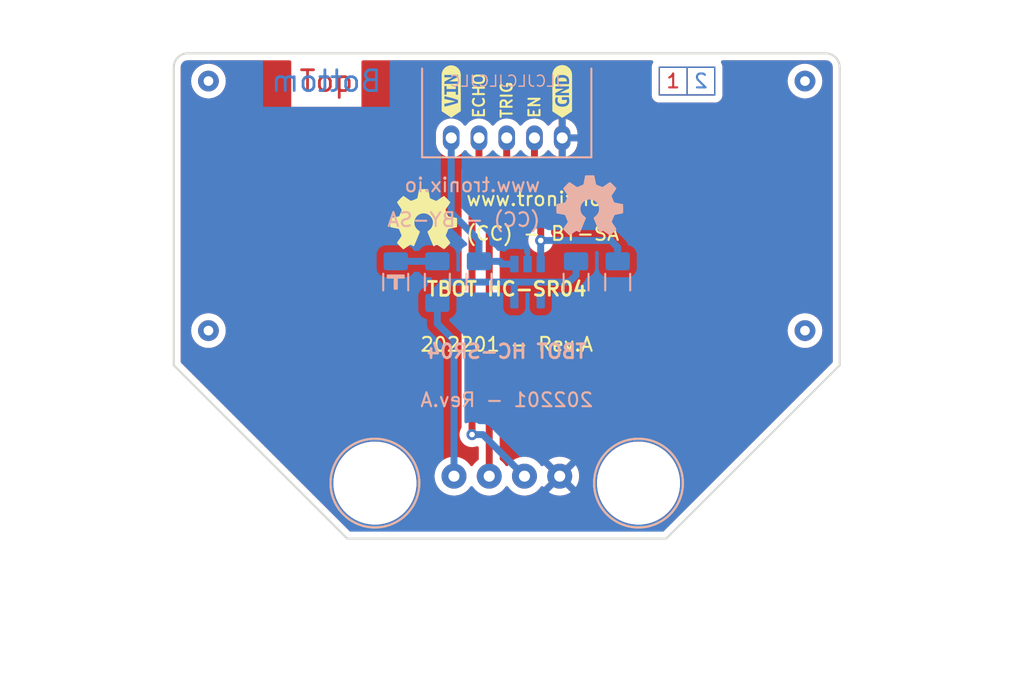
<source format=kicad_pcb>
(kicad_pcb (version 20211014) (generator pcbnew)
  (title_block (title "TBOT - HC-SR04") (date "01/2022") (rev "A"))
  (layers (0 "F.Cu" signal) (31 "B.Cu" signal) (34 "B.Paste" user) (35 "F.Paste" user) (36 "B.SilkS" user "B.Silkscreen") (37 "F.SilkS" user "F.Silkscreen") (38 "B.Mask" user) (39 "F.Mask" user) (44 "Edge.Cuts" user))
  (net 0 "")
  (net 1 "GND")
  (net 2 "+5V")
  (net 3 "VIN")
  (net 4 "Net-(LED1-Pad2)")
  (net 5 "MCU_ECHO")
  (net 6 "MCU_ENABLE")
  (net 7 "MCU_TRIGGER")
  (footprint "tronixio:zzHC-SR04" (layer "F.Cu") (at 124 76)
    (fp_text reference "HC1")
    (fp_text value "HC-SR04")
    (pad "NC" thru_hole circle (at -21.5 -9) (size 1.5 1.5) (drill 0.7) (layers *.Cu *.Mask))
    (pad "NC" thru_hole circle (at 21.5 -9) (size 1.5 1.5) (drill 0.7) (layers *.Cu *.Mask))
    (pad "NC" thru_hole circle (at 21.5 9) (size 1.5 1.5) (drill 0.7) (layers *.Cu *.Mask))
    (pad "NC" thru_hole circle (at -21.5 9) (size 1.5 1.5) (drill 0.7) (layers *.Cu *.Mask))
  )
  (footprint "tronixio:OSHW-5MM" (layer "F.Cu") (at 118 77)
    (fp_text reference "GT" hide)
    (fp_text value "LOGO" hide)
    (fp_poly (pts (xy 0.112503 -2.205305) (xy 0.188585 -2.204991) (xy 0.245175 -2.204139) (xy 0.285349 -2.202485) (xy 0.312183 -2.19976) (xy 0.328754 -2.195697) (xy 0.338137 -2.190029) (xy 0.343407 -2.182489) (xy 0.346067 -2.176502) (xy 0.351819 -2.155872) (xy 0.361219 -2.114019) (xy 0.373445 -2.054971) (xy 0.387673 -1.982754) (xy 0.403082 -1.901397) (xy 0.410766 -1.859685) (xy 0.426304 -1.776128) (xy 0.440921 -1.700487) (xy 0.453831 -1.636607) (xy 0.464245 -1.58833) (xy 0.471376 -1.559501) (xy 0.473495 -1.553524) (xy 0.487624 -1.543829) (xy 0.520987 -1.52669) (xy 0.568967 -1.504087) (xy 0.626948 -1.477998) (xy 0.690314 -1.450405) (xy 0.754449 -1.423285) (xy 0.814737 -1.398618) (xy 0.866561 -1.378383) (xy 0.905305 -1.36456) (xy 0.926354 -1.359128) (xy 0.92691 -1.359112) (xy 0.941518 -1.366107) (xy 0.97411 -1.385773) (xy 1.021624 -1.416127) (xy 1.080997 -1.455189) (xy 1.149167 -1.500978) (xy 1.204337 -1.538617) (xy 1.276991 -1.58813) (xy 1.343025 -1.632413) (xy 1.399403 -1.669487) (xy 1.443088 -1.697374) (xy 1.471043 -1.714097) (xy 1.47988 -1.718122) (xy 1.493641 -1.709282) (xy 1.521915 -1.684807) (xy 1.561669 -1.647768) (xy 1.609873 -1.601234) (xy 1.663495 -1.548276) (xy 1.719505 -1.491962) (xy 1.774871 -1.435363) (xy 1.826562 -1.381549) (xy 1.871548 -1.33359) (xy 1.906797 -1.294555) (xy 1.929278 -1.267514) (xy 1.936093 -1.256075) (xy 1.930212 -1.239792) (xy 1.912193 -1.207543) (xy 1.881475 -1.158462) (xy 1.837495 -1.091686) (xy 1.779689 -1.00635) (xy 1.707495 -0.901591) (xy 1.671879 -0.850344) (xy 1.638824 -0.80126) (xy 1.612148 -0.758563) (xy 1.594893 -0.727324) (xy 1.589904 -0.713655) (xy 1.594754 -0.697334) (xy 1.608013 -0.662128) (xy 1.62775 -0.612617) (xy 1.652031 -0.55338) (xy 1.678922 -0.488996) (xy 1.706491 -0.424047) (xy 1.732803 -0.363111) (xy 1.755927 -0.310768) (xy 1.773928 -0.271598) (xy 1.784874 -0.25018) (xy 1.786526 -0.247868) (xy 1.800495 -0.243726) (xy 1.836105 -0.235699) (xy 1.889773 -0.224522) (xy 1.957915 -0.210929) (xy 2.036948 -0.195656) (xy 2.090365 -0.185568) (xy 2.175183 -0.169544) (xy 2.252099 -0.15474) (xy 2.317349 -0.141901) (xy 2.367173 -0.131773) (xy 2.397809 -0.125104) (xy 2.405431 -0.123066) (xy 2.411063 -0.116814) (xy 2.415426 -0.101095) (xy 2.418668 -0.073197) (xy 2.420933 -0.030409) (xy 2.422366 0.02998) (xy 2.423114 0.110684) (xy 2.423321 0.210293) (xy 2.423202 0.310587) (xy 2.422711 0.388201) (xy 2.421649 0.446096) (xy 2.419816 0.487237) (xy 2.417013 0.514584) (xy 2.41304 0.531101) (xy 2.407697 0.53975) (xy 2.400883 0.543466) (xy 2.378661 0.548625) (xy 2.338314 0.556746) (xy 2.286985 0.566415) (xy 2.263049 0.570744) (xy 2.127407 0.595376) (xy 2.016332 0.616479) (xy 1.929018 0.634225) (xy 1.864656 0.64879) (xy 1.82244 0.660347) (xy 1.801562 0.66907) (xy 1.79987 0.670496) (xy 1.791465 0.686078) (xy 1.775685 0.720992) (xy 1.754362 0.770707) (xy 1.729327 0.830694) (xy 1.702414 0.896422) (xy 1.675454 0.96336) (xy 1.650281 1.026979) (xy 1.628726 1.082748) (xy 1.612622 1.126137) (xy 1.603801 1.152615) (xy 1.602692 1.157988) (xy 1.610028 1.172767) (xy 1.63143 1.207108) (xy 1.666036 1.259722) (xy 1.712983 1.329322) (xy 1.771408 1.414621) (xy 1.840447 1.51433) (xy 1.867654 1.553391) (xy 1.897811 1.599113) (xy 1.921185 1.639288) (xy 1.934376 1.667841) (xy 1.936093 1.675677) (xy 1.927103 1.692014) (xy 1.901418 1.723855) (xy 1.860965 1.769075) (xy 1.807672 1.82555) (xy 1.743466 1.891154) (xy 1.71296 1.921664) (xy 1.643302 1.990709) (xy 1.589314 2.043494) (xy 1.548612 2.081971) (xy 1.518813 2.108091) (xy 1.497532 2.123805) (xy 1.482386 2.131066) (xy 1.470991 2.131825) (xy 1.460964 2.128033) (xy 1.460917 2.128008) (xy 1.441892 2.116253) (xy 1.405419 2.09234) (xy 1.355138 2.058707) (xy 1.294686 2.017792) (xy 1.227702 1.972033) (xy 1.210483 1.960205) (xy 1.143557 1.914694) (xy 1.083189 1.874607) (xy 1.032748 1.842104) (xy 0.995605 1.819344) (xy 0.975129 1.808488) (xy 0.972784 1.807875) (xy 0.955044 1.813477) (xy 0.920428 1.82855) (xy 0.874685 1.850498) (xy 0.843591 1.866246) (xy 0.794692 1.890329) (xy 0.754091 1.908142) (xy 0.727189 1.917434) (xy 0.719661 1.917874) (xy 0.71184 1.904564) (xy 0.695873 1.87093) (xy 0.673276 1.820398) (xy 0.645566 1.756397) (xy 0.614262 1.682354) (xy 0.595951 1.638326) (xy 0.555205 1.539832) (xy 0.509885 1.430374) (xy 0.463588 1.318629) (xy 0.419909 1.213275) (xy 0.382617 1.123407) (xy 0.352192 1.049365) (xy 0.325466 0.982847) (xy 0.303922 0.927668) (xy 0.289044 0.887646) (xy 0.282318 0.866596) (xy 0.28208 0.86489) (xy 0.291868 0.850064) (xy 0.317767 0.825757) (xy 0.354572 0.796754) (xy 0.362216 0.791216) (xy 0.47362 0.699405) (xy 0.560778 0.600114) (xy 0.624272 0.492284) (xy 0.664684 0.374854) (xy 0.682594 0.246763) (xy 0.683668 0.205149) (xy 0.672966 0.079705) (xy 0.639876 -0.035509) (xy 0.583362 -0.143051) (xy 0.502387 -0.245478) (xy 0.500128 -0.247901) (xy 0.404266 -0.332655) (xy 0.297367 -0.395917) (xy 0.182586 -0.437559) (xy 0.063074 -0.45745) (xy -0.058015 -0.455461) (xy -0.177529 -0.431461) (xy -0.292317 -0.38532) (xy -0.399224 -0.316909) (xy -0.435557 -0.286461) (xy -0.524789 -0.19034) (xy -0.590858 -0.083248) (xy -0.63358 0.034398) (xy -0.65277 0.162186) (xy -0.653912 0.203806) (xy -0.64477 0.331905) (xy -0.616397 0.446756) (xy -0.567372 0.551025) (xy -0.496276 0.647379) (xy -0.401689 0.738486) (xy -0.345898 0.782346) (xy -0.305473 0.814275) (xy -0.274554 0.84243) (xy -0.257973 0.862253) (xy -0.256436 0.866724) (xy -0.261189 0.882472) (xy -0.274692 0.919019) (xy -0.295811 0.973504) (xy -0.323413 1.043065) (xy -0.356365 1.124837) (xy -0.393532 1.21596) (xy -0.424781 1.291835) (xy -0.466473 1.392714) (xy -0.506757 1.490316) (xy -0.54414 1.581016) (xy -0.57713 1.661187) (xy -0.604234 1.727202) (xy -0.623959 1.775436) (xy -0.631922 1.795053) (xy -0.656173 1.85428) (xy -0.675445 1.89208) (xy -0.695005 1.910535) (xy -0.720119 1.911726) (xy -0.756055 1.897735) (xy -0.80808 1.870643) (xy -0.814523 1.867212) (xy -0.863833 1.841835) (xy -0.905672 1.821875) (xy -0.934272 1.810004) (xy -0.942679 1.807875) (xy -0.957624 1.814831) (xy -0.990452 1.834339) (xy -1.037961 1.864353) (xy -1.096948 1.902829) (xy -1.164211 1.947723) (xy -1.20379 1.974558) (xy -1.273782 2.022017) (xy -1.336742 2.064219) (xy -1.389581 2.099132) (xy -1.429212 2.124728) (xy -1.452547 2.138976) (xy -1.457362 2.141242) (xy -1.468597 2.132572) (xy -1.495354 2.108206) (xy -1.53505 2.070611) (xy -1.585104 2.022252) (xy -1.642932 1.965596) (xy -1.688443 1.920545) (xy -1.754363 1.854061) (xy -1.811428 1.794627) (xy -1.857492 1.744605) (xy -1.890411 1.706358) (xy -1.908038 1.682247) (xy -1.910449 1.676115) (xy -1.903342 1.656709) (xy -1.88402 1.621725) (xy -1.855484 1.576225) (xy -1.822794 1.528185) (xy -1.761853 1.44109) (xy -1.706889 1.361082) (xy -1.659529 1.29063) (xy -1.621397 1.232204) (xy -1.594118 1.188276) (xy -1.579316 1.161316) (xy -1.577082 1.154608) (xy -1.581837 1.136716) (xy -1.594857 1.099854) (xy -1.614275 1.048609) (xy -1.638222 0.987568) (xy -1.664831 0.921316) (xy -1.692235 0.854442) (xy -1.718566 0.791531) (xy -1.741957 0.737171) (xy -1.76054 0.695948) (xy -1.772447 0.672449) (xy -1.774702 0.66925) (xy -1.791569 0.66222) (xy -1.829891 0.651729) (xy -1.885847 0.638647) (xy -1.955617 0.623842) (xy -2.035381 0.608183) (xy -2.07828 0.60022) (xy -2.161621 0.584627) (xy -2.236906 0.569745) (xy -2.300315 0.556391) (xy -2.348033 0.545387) (xy -2.37624 0.537551) (xy -2.381867 0.535051) (xy -2.387099 0.524908) (xy -2.390991 0.502231) (xy -2.393638 0.46456) (xy -2.395134 0.409435) (xy -2.395573 0.334397) (xy -2.39505 0.236985) (xy -2.394689 0.200194) (xy -2.391267 -0.121807) (xy -2.282282 -0.143659) (xy -2.229898 -0.153965) (xy -2.160108 -0.167419) (xy -2.080727 -0.182526) (xy -1.999569 -0.197795) (xy -1.970053 -0.203298) (xy -1.900658 -0.216734) (xy -1.840162 -0.229455) (xy -1.793065 -0.240437) (xy -1.763866 -0.248652) (xy -1.756665 -0.251967) (xy -1.746988 -0.268752) (xy -1.729936 -0.304533) (xy -1.707477 -0.354612) (xy -1.681582 -0.414291) (xy -1.654218 -0.478872) (xy -1.627353 -0.543658) (xy -1.602957 -0.60395) (xy -1.582998 -0.65505) (xy -1.569445 -0.692261) (xy -1.564266 -0.710885) (xy -1.564261 -0.711124) (xy -1.571273 -0.727773) (xy -1.590937 -0.762151) (xy -1.621195 -0.810982) (xy -1.659988 -0.870991) (xy -1.705259 -0.938901) (xy -1.732615 -0.979077) (xy -1.780965 -1.050145) (xy -1.82446 -1.115201) (xy -1.860949 -1.170937) (xy -1.888284 -1.214046) (xy -1.904314 -1.24122) (xy -1.907531 -1.248169) (xy -1.904717 -1.261112) (xy -1.890381 -1.283286) (xy -1.863069 -1.316351) (xy -1.821325 -1.361969) (xy -1.763692 -1.421801) (xy -1.691232 -1.494988) (xy -1.628982 -1.55669) (xy -1.572135 -1.611849) (xy -1.523344 -1.657988) (xy -1.485263 -1.692627) (xy -1.460542 -1.713289) (xy -1.452414 -1.718122) (xy -1.437782 -1.711105) (xy -1.405251 -1.6914) (xy -1.357928 -1.661025) (xy -1.298923 -1.621998) (xy -1.231343 -1.576338) (xy -1.183018 -1.543181) (xy -1.111112 -1.493886) (xy -1.04544 -1.44951) (xy -0.989183 -1.41215) (xy -0.945519 -1.383901) (xy -0.917627 -1.36686) (xy -0.90944 -1.362781) (xy -0.891885 -1.365776) (xy -0.855505 -1.377082) (xy -0.805012 -1.394838) (xy -0.745121 -1.417183) (xy -0.680546 -1.442257) (xy -0.616001 -1.468199) (xy -0.5562 -1.493147) (xy -0.505857 -1.515243) (xy -0.469686 -1.532623) (xy -0.45278 -1.543038) (xy -0.446293 -1.559308) (xy -0.436108 -1.597206) (xy -0.423041 -1.653118) (xy -0.407909 -1.723429) (xy -0.391528 -1.804525) (xy -0.378917 -1.870225) (xy -0.362481 -1.956759) (xy -0.347254 -2.035011) (xy -0.333961 -2.101421) (xy -0.323321 -2.152432) (xy -0.316058 -2.184486) (xy -0.31324 -2.193976) (xy -0.299005 -2.197095) (xy -0.262664 -2.199887) (xy -0.207755 -2.20223) (xy -0.137813 -2.204) (xy -0.056376 -2.205075) (xy 0.013853 -2.205351)) (layer "F.SilkS") (width 0) (fill solid))
  )
  (footprint "kibuzzard-6288C61E" (layer "F.Cu") (at 120 67.75 90)
    (fp_text reference "kibuzzard-6288C61E" hide)
    (fp_text value "G***" hide)
    (fp_poly (pts (xy -1.093457 -0.689769) (xy -1.424186 -0.689769) (xy -1.884032 0) (xy -1.424186 0.689769) (xy -1.093457 0.689769) (xy -0.818819 0.689769) (xy -0.818819 0.491331) (xy -0.85811 0.37465) (xy -0.899782 0.243681) (xy -0.927828 0.151694) (xy -0.954815 0.059884) (xy -0.980744 -0.03175) (xy -1.005262 -0.12162) (xy -1.028016 -0.208139) (xy -1.049007 -0.291306) (xy -1.075201 -0.402431) (xy -1.093457 -0.491331) (xy -0.887082 -0.491331) (xy -0.875176 -0.40898) (xy -0.858507 -0.314325) (xy -0.838465 -0.211931) (xy -0.816438 -0.106363) (xy -0.792626 0) (xy -0.767226 0.104775) (xy -0.74123 0.203398) (xy -0.715632 0.291306) (xy -0.690232 0.204589) (xy -0.664832 0.106362) (xy -0.640226 0.001587) (xy -0.617207 -0.104775) (xy -0.595776 -0.210542) (xy -0.575932 -0.313531) (xy -0.558469 -0.408781) (xy -0.544182 -0.491331) (xy -0.339394 -0.491331) (xy -0.360627 -0.390525) (xy -0.386226 -0.278606) (xy -0.415991 -0.158155) (xy -0.449726 -0.03175) (xy -0.474332 0.055033) (xy -0.500526 0.142875) (xy -0.528307 0.231775) (xy -0.557235 0.320234) (xy -0.586868 0.406753) (xy -0.617207 0.491331) (xy -0.818819 0.491331) (xy -0.818819 0.689769) (xy -0.234619 0.689769) (xy -0.234619 0.491331) (xy -0.234619 0.329406) (xy -0.020307 0.329406) (xy -0.020307 -0.329406) (xy -0.234619 -0.329406) (xy -0.234619 -0.491331) (xy 0.389268 -0.491331) (xy 0.389268 -0.329406) (xy 0.176543 -0.329406) (xy 0.176543 0.329406) (xy 0.389268 0.329406) (xy 0.389268 0.491331) (xy -0.234619 0.491331) (xy -0.234619 0.689769) (xy 1.036968 0.689769) (xy 1.036968 0.491331) (xy 0.991195 0.382411) (xy 0.942777 0.273667) (xy 0.891712 0.1651) (xy 0.838002 0.056533) (xy 0.781645 -0.052211) (xy 0.722643 -0.161131) (xy 0.722643 0.491331) (xy 0.546431 0.491331) (xy 0.546431 -0.491331) (xy 0.703593 -0.491331) (xy 0.748043 -0.418505) (xy 0.792493 -0.339725) (xy 0.836348 -0.258167) (xy 0.879012 -0.177006) (xy 0.919493 -0.097234) (xy 0.956799 -0.019844) (xy 0.989939 0.051594) (xy 1.017918 0.113506) (xy 1.017918 -0.491331) (xy 1.194131 -0.491331) (xy 1.194131 0.491331) (xy 1.036968 0.491331) (xy 1.036968 0.689769) (xy 1.194131 0.689769) (xy 1.194263 0.689769) (xy 1.261872 0.686447) (xy 1.32883 0.676515) (xy 1.394492 0.660068) (xy 1.458226 0.637263) (xy 1.519418 0.608322) (xy 1.577478 0.573522) (xy 1.631848 0.533198) (xy 1.682003 0.48774) (xy 1.727461 0.437585) (xy 1.767785 0.383215) (xy 1.802585 0.325155) (xy 1.831526 0.263963) (xy 1.854331 0.200229) (xy 1.870778 0.134567) (xy 1.88071 0.067609) (xy 1.884032 0) (xy 1.88071 -0.067609) (xy 1.870778 -0.134567) (xy 1.854331 -0.200229) (xy 1.831526 -0.263963) (xy 1.802585 -0.325155) (xy 1.767785 -0.383215) (xy 1.727461 -0.437585) (xy 1.682003 -0.48774) (xy 1.631848 -0.533198) (xy 1.577478 -0.573522) (xy 1.519418 -0.608322) (xy 1.458226 -0.637263) (xy 1.394492 -0.660068) (xy 1.32883 -0.676515) (xy 1.261872 -0.686447) (xy 1.194263 -0.689769) (xy 1.194131 -0.689769) (xy -1.093457 -0.689769)) (layer "F.SilkS") (width 0) (fill solid))
  )
  (footprint "kibuzzard-6288C626" (layer "F.Cu") (at 128 67.75 90)
    (fp_text reference "kibuzzard-6288C626" hide)
    (fp_text value "G***" hide)
    (fp_poly (pts (xy -1.100997 -0.7112) (xy -1.431727 -0.7112) (xy -1.90586 0) (xy -1.431727 0.7112) (xy -1.100997 0.7112) (xy -0.69936 0.7112) (xy -0.69936 0.512762) (xy -0.786871 0.504627) (xy -0.865254 0.480219) (xy -0.933715 0.439737) (xy -0.99146 0.383381) (xy -1.037894 0.31115) (xy -1.072422 0.223044) (xy -1.093854 0.119261) (xy -1.100997 0) (xy -1.092663 -0.11807) (xy -1.06766 -0.221456) (xy -1.028369 -0.309761) (xy -0.977172 -0.382588) (xy -0.914863 -0.439539) (xy -0.842235 -0.480219) (xy -0.761669 -0.504627) (xy -0.675547 -0.512763) (xy -0.573154 -0.504031) (xy -0.494572 -0.484188) (xy -0.439804 -0.460375) (xy -0.40726 -0.441325) (xy -0.45806 -0.28575) (xy -0.543785 -0.325438) (xy -0.64856 -0.3429) (xy -0.766035 -0.3175) (xy -0.844616 -0.246856) (xy -0.889066 -0.138906) (xy -0.899186 -0.072827) (xy -0.90256 0) (xy -0.896386 0.107156) (xy -0.877865 0.193675) (xy -0.846997 0.259556) (xy -0.778338 0.322064) (xy -0.683485 0.3429) (xy -0.645385 0.341312) (xy -0.607285 0.33655) (xy -0.607285 -0.022225) (xy -0.412022 -0.022225) (xy -0.412022 0.468312) (xy -0.520766 0.496887) (xy -0.602324 0.508794) (xy -0.69936 0.512762) (xy -0.69936 0.7112) (xy 0.213453 0.7112) (xy 0.213453 0.492125) (xy 0.16768 0.383205) (xy 0.119261 0.274461) (xy 0.068196 0.165894) (xy 0.014486 0.057326) (xy -0.04187 -0.051417) (xy -0.100872 -0.160338) (xy -0.100872 0.492125) (xy -0.277085 0.492125) (xy -0.277085 -0.490538) (xy -0.119922 -0.490538) (xy -0.075472 -0.417711) (xy -0.031022 -0.338931) (xy 0.012832 -0.257373) (xy 0.055496 -0.176213) (xy 0.095978 -0.096441) (xy 0.133284 -0.01905) (xy 0.166423 0.052387) (xy 0.194403 0.1143) (xy 0.194403 -0.490538) (xy 0.370615 -0.490538) (xy 0.370615 0.492125) (xy 0.213453 0.492125) (xy 0.213453 0.7112) (xy 0.738915 0.7112) (xy 0.738915 0.504825) (xy 0.636521 0.499269) (xy 0.529365 0.481012) (xy 0.529365 -0.477838) (xy 0.654778 -0.496888) (xy 0.764315 -0.50165) (xy 0.856985 -0.494506) (xy 0.941321 -0.473075) (xy 1.015339 -0.436364) (xy 1.077053 -0.383381) (xy 1.126464 -0.313928) (xy 1.163571 -0.227806) (xy 1.186789 -0.123627) (xy 1.194528 0) (xy 1.185995 0.126405) (xy 1.160396 0.232569) (xy 1.119717 0.319683) (xy 1.06594 0.388937) (xy 0.99986 0.441127) (xy 0.922271 0.477044) (xy 0.83476 0.49788) (xy 0.738915 0.504825) (xy 0.738915 0.7112) (xy 1.194528 0.7112) (xy 1.19466 0.7112) (xy 1.26437 0.707775) (xy 1.333408 0.697534) (xy 1.40111 0.680576) (xy 1.466824 0.657063) (xy 1.529917 0.627222) (xy 1.589781 0.591341) (xy 1.64584 0.549765) (xy 1.697554 0.502894) (xy 1.744425 0.45118) (xy 1.786001 0.395122) (xy 1.821882 0.335257) (xy 1.851723 0.272164) (xy 1.875236 0.20645) (xy 1.892194 0.138748) (xy 1.902435 0.06971) (xy 1.90586 0) (xy 1.902435 -0.06971) (xy 1.892194 -0.138748) (xy 1.875236 -0.20645) (xy 1.851723 -0.272164) (xy 1.821882 -0.335257) (xy 1.786001 -0.395122) (xy 1.744425 -0.45118) (xy 1.697554 -0.502894) (xy 1.64584 -0.549765) (xy 1.589781 -0.591341) (xy 1.529917 -0.627222) (xy 1.466824 -0.657063) (xy 1.40111 -0.680576) (xy 1.333408 -0.697534) (xy 1.26437 -0.707775) (xy 1.19466 -0.7112) (xy 1.194528 -0.7112) (xy -1.100997 -0.7112)) (layer "F.SilkS") (width 0) (fill solid))
    (fp_poly (pts (xy 0.724628 0.333375) (xy 0.74209 0.334962) (xy 0.759553 0.334962) (xy 0.871471 0.309562) (xy 0.944496 0.239712) (xy 0.984184 0.134144) (xy 0.993114 0.070048) (xy 0.99609 0) (xy 0.986565 -0.123825) (xy 0.953228 -0.230188) (xy 0.88814 -0.304006) (xy 0.781778 -0.331788) (xy 0.753203 -0.330994) (xy 0.724628 -0.327025) (xy 0.724628 0.333375)) (layer "F.SilkS") (width 0) (fill solid))
  )
  (footprint "tronixio:zzSAMTEC-SSW-104-02-T-S-RA" (layer "F.Cu") (at 120.2 95.5)
    (fp_text reference "K1")
    (fp_text value "HC-SR04")
    (pad "1" thru_hole circle locked (at 0 0) (size 1.8 1.8) (drill 0.8) (layers *.Cu *.Mask) (net 2 "+5V"))
    (pad "2" thru_hole circle locked (at 2.54 0) (size 1.8 1.8) (drill 0.8) (layers *.Cu *.Mask) (net 7 "MCU_TRIGGER"))
    (pad "3" thru_hole circle locked (at 5.08 0) (size 1.8 1.8) (drill 0.8) (layers *.Cu *.Mask) (net 5 "MCU_ECHO"))
    (pad "4" thru_hole circle locked (at 7.62 0) (size 1.8 1.8) (drill 0.8) (layers *.Cu *.Mask) (net 1 "GND"))
  )
  (footprint "tronixio:M3-MASK" (layer "B.Cu") (at 114.5 96 180)
    (fp_text reference "H2" hide)
    (fp_text value "MOUNTING-HOLE-MASK-3MM" hide)
    (fp_circle (center 0 0) (end 3.2 0) (layer "B.SilkS") (width 0.15) (fill none))
    (fp_circle (center 0 0) (end 3.2 0) (layer "F.SilkS") (width 0.15) (fill none))
    (pad "" np_thru_hole circle (at 0 0 180) (size 3 3) (drill 3) (layers F&B.Cu *.Mask) (clearance 1.5))
  )
  (footprint "tronixio:CAPACITOR-1206" (layer "B.Cu") (at 129 81.5 -90)
    (fp_text reference "C2")
    (fp_text value "1µ")
    (fp_line (start -0.6 0.9) (end 0.6 0.9) (layer "B.SilkS") (width 0.15))
    (fp_line (start -0.6 -0.9) (end 0.6 -0.9) (layer "B.SilkS") (width 0.15))
    (pad "1" smd roundrect (at -1.5 0 270) (size 1.3 1.75) (layers "B.Cu" "B.Paste" "B.Mask") (roundrect_rratio 0.15) (net 2 "+5V"))
    (pad "2" smd roundrect (at 1.5 0 270) (size 1.3 1.75) (layers "B.Cu" "B.Paste" "B.Mask") (roundrect_rratio 0.15) (net 1 "GND"))
  )
  (footprint "tronixio:LED-1206" (layer "B.Cu") (at 116 81.5 90)
    (fp_text reference "LED1")
    (fp_text value "Power")
    (fp_line (start -0.6 0.9) (end 0.6 0.9) (layer "B.SilkS") (width 0.15))
    (fp_line (start -0.6 -0.9) (end 0.6 -0.9) (layer "B.SilkS") (width 0.15))
    (fp_poly (pts (xy 0.5 -0.6) (xy 0.3 -0.6) (xy 0.3 -0.1) (xy -0.5 -0.1) (xy -0.5 0.1) (xy 0.3 0.1) (xy 0.3 0.6) (xy 0.5 0.6)) (layer "B.SilkS") (width 0.1) (fill solid))
    (pad "1" smd roundrect (at -1.5 0 90) (size 1.3 1.75) (layers "B.Cu" "B.Paste" "B.Mask") (roundrect_rratio 0.15) (net 1 "GND"))
    (pad "2" smd roundrect (at 1.5 0 90) (size 1.3 1.75) (layers "B.Cu" "B.Paste" "B.Mask") (roundrect_rratio 0.15) (net 4 "Net-(LED1-Pad2)"))
  )
  (footprint "tronixio:SOT-23-5" (layer "B.Cu") (at 125.5 81.5 -90)
    (fp_text reference "IC1")
    (fp_text value "MCP1755")
    (pad "1" smd roundrect (at -1.3 0.95 270) (size 1.2 0.6) (layers "B.Cu" "B.Paste" "B.Mask") (roundrect_rratio 0.15) (net 3 "VIN"))
    (pad "2" smd roundrect (at -1.3 0 270) (size 1.2 0.6) (layers "B.Cu" "B.Paste" "B.Mask") (roundrect_rratio 0.15) (net 1 "GND"))
    (pad "3" smd roundrect (at -1.3 -0.95 270) (size 1.2 0.6) (layers "B.Cu" "B.Paste" "B.Mask") (roundrect_rratio 0.15) (net 6 "MCU_ENABLE"))
    (pad "4" smd roundrect (at 1.3 -0.95 270) (size 1.2 0.6) (layers "B.Cu" "B.Paste" "B.Mask") (roundrect_rratio 0.15))
    (pad "5" smd roundrect (at 1.3 0.95 270) (size 1.2 0.6) (layers "B.Cu" "B.Paste" "B.Mask") (roundrect_rratio 0.15) (net 2 "+5V"))
  )
  (footprint "tronixio:CAPACITOR-1206" (layer "B.Cu") (at 122 81.5 -90)
    (fp_text reference "C1")
    (fp_text value "1µ")
    (fp_line (start -0.6 0.9) (end 0.6 0.9) (layer "B.SilkS") (width 0.15))
    (fp_line (start -0.6 -0.9) (end 0.6 -0.9) (layer "B.SilkS") (width 0.15))
    (pad "1" smd roundrect (at -1.5 0 270) (size 1.3 1.75) (layers "B.Cu" "B.Paste" "B.Mask") (roundrect_rratio 0.15) (net 3 "VIN"))
    (pad "2" smd roundrect (at 1.5 0 270) (size 1.3 1.75) (layers "B.Cu" "B.Paste" "B.Mask") (roundrect_rratio 0.15) (net 1 "GND"))
  )
  (footprint "tronixio:M3-MASK" (layer "B.Cu") (at 133.5 96 90)
    (fp_text reference "H1" hide)
    (fp_text value "MOUNTING-HOLE-MASK-3MM" hide)
    (fp_circle (center 0 0) (end 3.2 0) (layer "B.SilkS") (width 0.15) (fill none))
    (fp_circle (center 0 0) (end 3.2 0) (layer "F.SilkS") (width 0.15) (fill none))
    (pad "" np_thru_hole circle (at 0 0 90) (size 3 3) (drill 3) (layers F&B.Cu *.Mask) (clearance 1.5))
  )
  (footprint "tronixio:RESISTOR-1206" (layer "B.Cu") (at 132 81.5 -90)
    (fp_text reference "R1")
    (fp_text value "100K")
    (fp_line (start -0.6 0.9) (end 0.6 0.9) (layer "B.SilkS") (width 0.15))
    (fp_line (start -0.6 -0.9) (end 0.6 -0.9) (layer "B.SilkS") (width 0.15))
    (pad "1" smd roundrect (at -1.5 0 270) (size 1.3 1.75) (layers "B.Cu" "B.Paste" "B.Mask") (roundrect_rratio 0.15) (net 6 "MCU_ENABLE"))
    (pad "2" smd roundrect (at 1.5 0 270) (size 1.3 1.75) (layers "B.Cu" "B.Paste" "B.Mask") (roundrect_rratio 0.15) (net 1 "GND"))
  )
  (footprint "tronixio:RESISTOR-1206" (layer "B.Cu") (at 119 81.5 90)
    (fp_text reference "R2")
    (fp_text value "4K7")
    (fp_line (start -0.6 -0.9) (end 0.6 -0.9) (layer "B.SilkS") (width 0.15))
    (fp_line (start -0.6 0.9) (end 0.6 0.9) (layer "B.SilkS") (width 0.15))
    (pad "1" smd roundrect (at -1.5 0 90) (size 1.3 1.75) (layers "B.Cu" "B.Paste" "B.Mask") (roundrect_rratio 0.15) (net 2 "+5V"))
    (pad "2" smd roundrect (at 1.5 0 90) (size 1.3 1.75) (layers "B.Cu" "B.Paste" "B.Mask") (roundrect_rratio 0.15) (net 4 "Net-(LED1-Pad2)"))
  )
  (footprint "tronixio:MOLEX-532540570" (layer "B.Cu") (at 128 71.1 180)
    (fp_text reference "K2")
    (fp_text value "MCU")
    (fp_line (start -2.1 5) (end -2.1 -1.4) (layer "B.SilkS") (width 0.15))
    (fp_line (start 10.1 -1.4) (end 10.1 5) (layer "B.SilkS") (width 0.15))
    (fp_line (start -2.1 -1.4) (end 10.1 -1.4) (layer "B.SilkS") (width 0.15))
    (pad "1" thru_hole oval locked (at 0 0 180) (size 1.2 1.8) (drill 0.8) (layers *.Cu *.Mask) (net 1 "GND"))
    (pad "2" thru_hole oval locked (at 2 0 180) (size 1.2 1.8) (drill 0.8) (layers *.Cu *.Mask) (net 6 "MCU_ENABLE"))
    (pad "3" thru_hole oval locked (at 4 0 180) (size 1.2 1.8) (drill 0.8) (layers *.Cu *.Mask) (net 7 "MCU_TRIGGER"))
    (pad "4" thru_hole oval locked (at 6 0 180) (size 1.2 1.8) (drill 0.8) (layers *.Cu *.Mask) (net 5 "MCU_ECHO"))
    (pad "5" thru_hole oval locked (at 8 0 180) (size 1.2 1.8) (drill 0.8) (layers *.Cu *.Mask) (net 3 "VIN"))
  )
  (footprint "tronixio:OSHW-5MM" (layer "B.Cu") (at 130 76 180)
    (fp_text reference "GB" hide)
    (fp_text value "LOGO" hide)
    (fp_poly (pts (xy 0.112503 2.205305) (xy 0.188585 2.204991) (xy 0.245175 2.204139) (xy 0.285349 2.202485) (xy 0.312183 2.19976) (xy 0.328754 2.195697) (xy 0.338137 2.190029) (xy 0.343407 2.182489) (xy 0.346067 2.176502) (xy 0.351819 2.155872) (xy 0.361219 2.114019) (xy 0.373445 2.054971) (xy 0.387673 1.982754) (xy 0.403082 1.901397) (xy 0.410766 1.859685) (xy 0.426304 1.776128) (xy 0.440921 1.700487) (xy 0.453831 1.636607) (xy 0.464245 1.58833) (xy 0.471376 1.559501) (xy 0.473495 1.553524) (xy 0.487624 1.543829) (xy 0.520987 1.52669) (xy 0.568967 1.504087) (xy 0.626948 1.477998) (xy 0.690314 1.450405) (xy 0.754449 1.423285) (xy 0.814737 1.398618) (xy 0.866561 1.378383) (xy 0.905305 1.36456) (xy 0.926354 1.359128) (xy 0.92691 1.359112) (xy 0.941518 1.366107) (xy 0.97411 1.385773) (xy 1.021624 1.416127) (xy 1.080997 1.455189) (xy 1.149167 1.500978) (xy 1.204337 1.538617) (xy 1.276991 1.58813) (xy 1.343025 1.632413) (xy 1.399403 1.669487) (xy 1.443088 1.697374) (xy 1.471043 1.714097) (xy 1.47988 1.718122) (xy 1.493641 1.709282) (xy 1.521915 1.684807) (xy 1.561669 1.647768) (xy 1.609873 1.601234) (xy 1.663495 1.548276) (xy 1.719505 1.491962) (xy 1.774871 1.435363) (xy 1.826562 1.381549) (xy 1.871548 1.33359) (xy 1.906797 1.294555) (xy 1.929278 1.267514) (xy 1.936093 1.256075) (xy 1.930212 1.239792) (xy 1.912193 1.207543) (xy 1.881475 1.158462) (xy 1.837495 1.091686) (xy 1.779689 1.00635) (xy 1.707495 0.901591) (xy 1.671879 0.850344) (xy 1.638824 0.80126) (xy 1.612148 0.758563) (xy 1.594893 0.727324) (xy 1.589904 0.713655) (xy 1.594754 0.697334) (xy 1.608013 0.662128) (xy 1.62775 0.612617) (xy 1.652031 0.55338) (xy 1.678922 0.488996) (xy 1.706491 0.424047) (xy 1.732803 0.363111) (xy 1.755927 0.310768) (xy 1.773928 0.271598) (xy 1.784874 0.25018) (xy 1.786526 0.247868) (xy 1.800495 0.243726) (xy 1.836105 0.235699) (xy 1.889773 0.224522) (xy 1.957915 0.210929) (xy 2.036948 0.195656) (xy 2.090365 0.185568) (xy 2.175183 0.169544) (xy 2.252099 0.15474) (xy 2.317349 0.141901) (xy 2.367173 0.131773) (xy 2.397809 0.125104) (xy 2.405431 0.123066) (xy 2.411063 0.116814) (xy 2.415426 0.101095) (xy 2.418668 0.073197) (xy 2.420933 0.030409) (xy 2.422366 -0.02998) (xy 2.423114 -0.110684) (xy 2.423321 -0.210293) (xy 2.423202 -0.310587) (xy 2.422711 -0.388201) (xy 2.421649 -0.446096) (xy 2.419816 -0.487237) (xy 2.417013 -0.514584) (xy 2.41304 -0.531101) (xy 2.407697 -0.53975) (xy 2.400883 -0.543466) (xy 2.378661 -0.548625) (xy 2.338314 -0.556746) (xy 2.286985 -0.566415) (xy 2.263049 -0.570744) (xy 2.127407 -0.595376) (xy 2.016332 -0.616479) (xy 1.929018 -0.634225) (xy 1.864656 -0.64879) (xy 1.82244 -0.660347) (xy 1.801562 -0.66907) (xy 1.79987 -0.670496) (xy 1.791465 -0.686078) (xy 1.775685 -0.720992) (xy 1.754362 -0.770707) (xy 1.729327 -0.830694) (xy 1.702414 -0.896422) (xy 1.675454 -0.96336) (xy 1.650281 -1.026979) (xy 1.628726 -1.082748) (xy 1.612622 -1.126137) (xy 1.603801 -1.152615) (xy 1.602692 -1.157988) (xy 1.610028 -1.172767) (xy 1.63143 -1.207108) (xy 1.666036 -1.259722) (xy 1.712983 -1.329322) (xy 1.771408 -1.414621) (xy 1.840447 -1.51433) (xy 1.867654 -1.553391) (xy 1.897811 -1.599113) (xy 1.921185 -1.639288) (xy 1.934376 -1.667841) (xy 1.936093 -1.675677) (xy 1.927103 -1.692014) (xy 1.901418 -1.723855) (xy 1.860965 -1.769075) (xy 1.807672 -1.82555) (xy 1.743466 -1.891154) (xy 1.71296 -1.921664) (xy 1.643302 -1.990709) (xy 1.589314 -2.043494) (xy 1.548612 -2.081971) (xy 1.518813 -2.108091) (xy 1.497532 -2.123805) (xy 1.482386 -2.131066) (xy 1.470991 -2.131825) (xy 1.460964 -2.128033) (xy 1.460917 -2.128008) (xy 1.441892 -2.116253) (xy 1.405419 -2.09234) (xy 1.355138 -2.058707) (xy 1.294686 -2.017792) (xy 1.227702 -1.972033) (xy 1.210483 -1.960205) (xy 1.143557 -1.914694) (xy 1.083189 -1.874607) (xy 1.032748 -1.842104) (xy 0.995605 -1.819344) (xy 0.975129 -1.808488) (xy 0.972784 -1.807875) (xy 0.955044 -1.813477) (xy 0.920428 -1.82855) (xy 0.874685 -1.850498) (xy 0.843591 -1.866246) (xy 0.794692 -1.890329) (xy 0.754091 -1.908142) (xy 0.727189 -1.917434) (xy 0.719661 -1.917874) (xy 0.71184 -1.904564) (xy 0.695873 -1.87093) (xy 0.673276 -1.820398) (xy 0.645566 -1.756397) (xy 0.614262 -1.682354) (xy 0.595951 -1.638326) (xy 0.555205 -1.539832) (xy 0.509885 -1.430374) (xy 0.463588 -1.318629) (xy 0.419909 -1.213275) (xy 0.382617 -1.123407) (xy 0.352192 -1.049365) (xy 0.325466 -0.982847) (xy 0.303922 -0.927668) (xy 0.289044 -0.887646) (xy 0.282318 -0.866596) (xy 0.28208 -0.86489) (xy 0.291868 -0.850064) (xy 0.317767 -0.825757) (xy 0.354572 -0.796754) (xy 0.362216 -0.791216) (xy 0.47362 -0.699405) (xy 0.560778 -0.600114) (xy 0.624272 -0.492284) (xy 0.664684 -0.374854) (xy 0.682594 -0.246763) (xy 0.683668 -0.205149) (xy 0.672966 -0.079705) (xy 0.639876 0.035509) (xy 0.583362 0.143051) (xy 0.502387 0.245478) (xy 0.500128 0.247901) (xy 0.404266 0.332655) (xy 0.297367 0.395917) (xy 0.182586 0.437559) (xy 0.063074 0.45745) (xy -0.058015 0.455461) (xy -0.177529 0.431461) (xy -0.292317 0.38532) (xy -0.399224 0.316909) (xy -0.435557 0.286461) (xy -0.524789 0.19034) (xy -0.590858 0.083248) (xy -0.63358 -0.034398) (xy -0.65277 -0.162186) (xy -0.653912 -0.203806) (xy -0.64477 -0.331905) (xy -0.616397 -0.446756) (xy -0.567372 -0.551025) (xy -0.496276 -0.647379) (xy -0.401689 -0.738486) (xy -0.345898 -0.782346) (xy -0.305473 -0.814275) (xy -0.274554 -0.84243) (xy -0.257973 -0.862253) (xy -0.256436 -0.866724) (xy -0.261189 -0.882472) (xy -0.274692 -0.919019) (xy -0.295811 -0.973504) (xy -0.323413 -1.043065) (xy -0.356365 -1.124837) (xy -0.393532 -1.21596) (xy -0.424781 -1.291835) (xy -0.466473 -1.392714) (xy -0.506757 -1.490316) (xy -0.54414 -1.581016) (xy -0.57713 -1.661187) (xy -0.604234 -1.727202) (xy -0.623959 -1.775436) (xy -0.631922 -1.795053) (xy -0.656173 -1.85428) (xy -0.675445 -1.89208) (xy -0.695005 -1.910535) (xy -0.720119 -1.911726) (xy -0.756055 -1.897735) (xy -0.80808 -1.870643) (xy -0.814523 -1.867212) (xy -0.863833 -1.841835) (xy -0.905672 -1.821875) (xy -0.934272 -1.810004) (xy -0.942679 -1.807875) (xy -0.957624 -1.814831) (xy -0.990452 -1.834339) (xy -1.037961 -1.864353) (xy -1.096948 -1.902829) (xy -1.164211 -1.947723) (xy -1.20379 -1.974558) (xy -1.273782 -2.022017) (xy -1.336742 -2.064219) (xy -1.389581 -2.099132) (xy -1.429212 -2.124728) (xy -1.452547 -2.138976) (xy -1.457362 -2.141242) (xy -1.468597 -2.132572) (xy -1.495354 -2.108206) (xy -1.53505 -2.070611) (xy -1.585104 -2.022252) (xy -1.642932 -1.965596) (xy -1.688443 -1.920545) (xy -1.754363 -1.854061) (xy -1.811428 -1.794627) (xy -1.857492 -1.744605) (xy -1.890411 -1.706358) (xy -1.908038 -1.682247) (xy -1.910449 -1.676115) (xy -1.903342 -1.656709) (xy -1.88402 -1.621725) (xy -1.855484 -1.576225) (xy -1.822794 -1.528185) (xy -1.761853 -1.44109) (xy -1.706889 -1.361082) (xy -1.659529 -1.29063) (xy -1.621397 -1.232204) (xy -1.594118 -1.188276) (xy -1.579316 -1.161316) (xy -1.577082 -1.154608) (xy -1.581837 -1.136716) (xy -1.594857 -1.099854) (xy -1.614275 -1.048609) (xy -1.638222 -0.987568) (xy -1.664831 -0.921316) (xy -1.692235 -0.854442) (xy -1.718566 -0.791531) (xy -1.741957 -0.737171) (xy -1.76054 -0.695948) (xy -1.772447 -0.672449) (xy -1.774702 -0.66925) (xy -1.791569 -0.66222) (xy -1.829891 -0.651729) (xy -1.885847 -0.638647) (xy -1.955617 -0.623842) (xy -2.035381 -0.608183) (xy -2.07828 -0.60022) (xy -2.161621 -0.584627) (xy -2.236906 -0.569745) (xy -2.300315 -0.556391) (xy -2.348033 -0.545387) (xy -2.37624 -0.537551) (xy -2.381867 -0.535051) (xy -2.387099 -0.524908) (xy -2.390991 -0.502231) (xy -2.393638 -0.46456) (xy -2.395134 -0.409435) (xy -2.395573 -0.334397) (xy -2.39505 -0.236985) (xy -2.394689 -0.200194) (xy -2.391267 0.121807) (xy -2.282282 0.143659) (xy -2.229898 0.153965) (xy -2.160108 0.167419) (xy -2.080727 0.182526) (xy -1.999569 0.197795) (xy -1.970053 0.203298) (xy -1.900658 0.216734) (xy -1.840162 0.229455) (xy -1.793065 0.240437) (xy -1.763866 0.248652) (xy -1.756665 0.251967) (xy -1.746988 0.268752) (xy -1.729936 0.304533) (xy -1.707477 0.354612) (xy -1.681582 0.414291) (xy -1.654218 0.478872) (xy -1.627353 0.543658) (xy -1.602957 0.60395) (xy -1.582998 0.65505) (xy -1.569445 0.692261) (xy -1.564266 0.710885) (xy -1.564261 0.711124) (xy -1.571273 0.727773) (xy -1.590937 0.762151) (xy -1.621195 0.810982) (xy -1.659988 0.870991) (xy -1.705259 0.938901) (xy -1.732615 0.979077) (xy -1.780965 1.050145) (xy -1.82446 1.115201) (xy -1.860949 1.170937) (xy -1.888284 1.214046) (xy -1.904314 1.24122) (xy -1.907531 1.248169) (xy -1.904717 1.261112) (xy -1.890381 1.283286) (xy -1.863069 1.316351) (xy -1.821325 1.361969) (xy -1.763692 1.421801) (xy -1.691232 1.494988) (xy -1.628982 1.55669) (xy -1.572135 1.611849) (xy -1.523344 1.657988) (xy -1.485263 1.692627) (xy -1.460542 1.713289) (xy -1.452414 1.718122) (xy -1.437782 1.711105) (xy -1.405251 1.6914) (xy -1.357928 1.661025) (xy -1.298923 1.621998) (xy -1.231343 1.576338) (xy -1.183018 1.543181) (xy -1.111112 1.493886) (xy -1.04544 1.44951) (xy -0.989183 1.41215) (xy -0.945519 1.383901) (xy -0.917627 1.36686) (xy -0.90944 1.362781) (xy -0.891885 1.365776) (xy -0.855505 1.377082) (xy -0.805012 1.394838) (xy -0.745121 1.417183) (xy -0.680546 1.442257) (xy -0.616001 1.468199) (xy -0.5562 1.493147) (xy -0.505857 1.515243) (xy -0.469686 1.532623) (xy -0.45278 1.543038) (xy -0.446293 1.559308) (xy -0.436108 1.597206) (xy -0.423041 1.653118) (xy -0.407909 1.723429) (xy -0.391528 1.804525) (xy -0.378917 1.870225) (xy -0.362481 1.956759) (xy -0.347254 2.035011) (xy -0.333961 2.101421) (xy -0.323321 2.152432) (xy -0.316058 2.184486) (xy -0.31324 2.193976) (xy -0.299005 2.197095) (xy -0.262664 2.199887) (xy -0.207755 2.20223) (xy -0.137813 2.204) (xy -0.056376 2.205075) (xy 0.013853 2.205351)) (layer "B.SilkS") (width 0) (fill solid))
  )
  (gr_rect (start 135 68) (end 139 66) (layer "F.Cu") (width 0.1) (fill none))
  (gr_line (start 137 68) (end 137 66) (layer "F.Cu") (width 0.1))
  (gr_line (start 137 68) (end 137 66) (layer "B.Cu") (width 0.1))
  (gr_rect (start 135 68) (end 139 66) (layer "B.Cu") (width 0.1) (fill none))
  (gr_line (start 112.5 100) (end 135.5 100) (layer "Edge.Cuts") (width 0.15))
  (gr_line (start 135.5 100) (end 148 87.5) (layer "Edge.Cuts") (width 0.15))
  (gr_line (start 147 65) (end 101 65) (layer "Edge.Cuts") (width 0.15))
  (gr_arc (start 100 66) (mid 100.292893 65.292893) (end 101 65) (layer "Edge.Cuts") (width 0.15))
  (gr_line (start 148 87.5) (end 148 66) (layer "Edge.Cuts") (width 0.15))
  (gr_line (start 100 87.5) (end 112.5 100) (layer "Edge.Cuts") (width 0.15))
  (gr_line (start 100 66) (end 100 87.5) (layer "Edge.Cuts") (width 0.15))
  (gr_arc (start 147 65) (mid 147.707107 65.292893) (end 148 66) (layer "Edge.Cuts") (width 0.15))
  (gr_text "Top" (at 111 67) (layer "F.Cu") (effects (font (size 1.5 1.5) (thickness 0.2))))
  (gr_text "1" (at 136 67) (layer "F.Cu") (effects (font (size 1 1))))
  (gr_text "2" (at 138 67) (layer "B.Cu") (effects (font (size 1 1)) (justify mirror)))
  (gr_text "Bottom" (at 111 67) (layer "B.Cu") (effects (font (size 1.5 1.5) (thickness 0.2)) (justify mirror)))
  (gr_text "TBOT HC-SR04" (at 124 86.5) (layer "B.SilkS") (effects (font (size 1 1) (thickness 0.2)) (justify mirror)))
  (gr_text "JLCJLCJLCJLC" (at 124 67) (layer "B.SilkS") (effects (font (size 0.8 0.8) (thickness 0.1)) (justify mirror)))
  (gr_text "202201 - Rev.A" (at 124 90) (layer "B.SilkS") (effects (font (size 1 1)) (justify mirror)))
  (gr_text "www.tronix.io" (at 126.5 74.5) (layer "B.SilkS") (effects (font (size 1 1)) (justify left mirror)))
  (gr_text "(CC) - BY-SA" (at 126.5 77) (layer "B.SilkS") (effects (font (size 1 1)) (justify left mirror)))
  (gr_text "TRIG" (at 124 69.75 90) (layer "F.SilkS") (effects (font (size 0.8 0.8)) (justify left)))
  (gr_text "www.tronix.io" (at 121 75.5) (layer "F.SilkS") (effects (font (size 1 1)) (justify left)))
  (gr_text "202201 - Rev.A" (at 124 86) (layer "F.SilkS") (effects (font (size 1 1))))
  (gr_text "ECHO" (at 122 69.75 90) (layer "F.SilkS") (effects (font (size 0.8 0.8)) (justify left)))
  (gr_text "TBOT HC-SR04" (at 124 82) (layer "F.SilkS") (effects (font (size 1 1) (thickness 0.2))))
  (gr_text "(CC) - BY-SA" (at 121 78) (layer "F.SilkS") (effects (font (size 1 1)) (justify left)))
  (gr_text "EN" (at 126 69.75 90) (layer "F.SilkS") (effects (font (size 0.8 0.8)) (justify left)))
  (segment (start 119 84.5) (end 119 83) (width 0.5) (layer "B.Cu") (net 2))
  (segment (start 119 82) (end 119.5 81.5) (width 0.5) (layer "B.Cu") (net 2))
  (segment (start 129 81) (end 129 80) (width 0.5) (layer "B.Cu") (net 2))
  (segment (start 124.5 81.5) (end 128.5 81.5) (width 0.5) (layer "B.Cu") (net 2))
  (segment (start 120.2 85.7) (end 119 84.5) (width 0.5) (layer "B.Cu") (net 2))
  (segment (start 124.55 82.8) (end 124.55 81.55) (width 0.5) (layer "B.Cu") (net 2))
  (segment (start 119.5 81.5) (end 124.5 81.5) (width 0.5) (layer "B.Cu") (net 2))
  (segment (start 120.2 95.5) (end 120.2 85.7) (width 0.5) (layer "B.Cu") (net 2))
  (segment (start 128.5 81.5) (end 129 81) (width 0.5) (layer "B.Cu") (net 2))
  (segment (start 119 83) (end 119 82) (width 0.5) (layer "B.Cu") (net 2))
  (segment (start 124.55 81.55) (end 124.5 81.5) (width 0.5) (layer "B.Cu") (net 2))
  (segment (start 120 71.1) (end 120 76.5) (width 0.5) (layer "B.Cu") (net 3))
  (segment (start 120 76.5) (end 122 78.5) (width 0.5) (layer "B.Cu") (net 3))
  (segment (start 124.55 80.2) (end 123.7 80.2) (width 0.5) (layer "B.Cu") (net 3))
  (segment (start 122 78.5) (end 122 80) (width 0.5) (layer "B.Cu") (net 3))
  (segment (start 123.7 80.2) (end 123.5 80) (width 0.5) (layer "B.Cu") (net 3))
  (segment (start 123.5 80) (end 122 80) (width 0.5) (layer "B.Cu") (net 3))
  (segment (start 119 80) (end 116 80) (width 0.5) (layer "B.Cu") (net 4))
  (segment (start 122 73) (end 121.5 73.5) (width 0.5) (layer "F.Cu") (net 5))
  (segment (start 121.5 73.5) (end 121.5 92.5) (width 0.5) (layer "F.Cu") (net 5))
  (segment (start 122 71.1) (end 122 73) (width 0.5) (layer "F.Cu") (net 5))
  (via (at 121.5 92.5) (size 0.8) (drill 0.4) (layers "F.Cu" "B.Cu") (net 5))
  (segment (start 122.28 92.5) (end 121.5 92.5) (width 0.5) (layer "B.Cu") (net 5))
  (segment (start 125.28 95.5) (end 122.28 92.5) (width 0.5) (layer "B.Cu") (net 5))
  (segment (start 126 73) (end 126 71.1) (width 0.5) (layer "F.Cu") (net 6))
  (segment (start 126.45 78.5) (end 126.45 73.45) (width 0.5) (layer "F.Cu") (net 6))
  (segment (start 126.45 73.45) (end 126 73) (width 0.5) (layer "F.Cu") (net 6))
  (via (at 126.45 78.5) (size 0.8) (drill 0.4) (layers "F.Cu" "B.Cu") (net 6))
  (segment (start 131.5 78.5) (end 126.45 78.5) (width 0.5) (layer "B.Cu") (net 6))
  (segment (start 132 79) (end 131.5 78.5) (width 0.5) (layer "B.Cu") (net 6))
  (segment (start 126.45 80.2) (end 126.45 78.5) (width 0.5) (layer "B.Cu") (net 6))
  (segment (start 132 80) (end 132 79) (width 0.5) (layer "B.Cu") (net 6))
  (segment (start 124 71.1) (end 124 73) (width 0.5) (layer "F.Cu") (net 7))
  (segment (start 124 73) (end 122.74 74.26) (width 0.5) (layer "F.Cu") (net 7))
  (segment (start 122.74 74.26) (end 122.74 95.5) (width 0.5) (layer "F.Cu") (net 7))
  (zone (net 1) (net_name "GND") (layers F&B.Cu) (connect_pads (clearance 0.5)) (min_thickness 0.25) (fill yes (thermal_gap 0.5) (thermal_bridge_width 0.5))
    (polygon (pts (xy 148 100) (xy 100 100) (xy 100 65) (xy 148 65)))
  )
)
</source>
